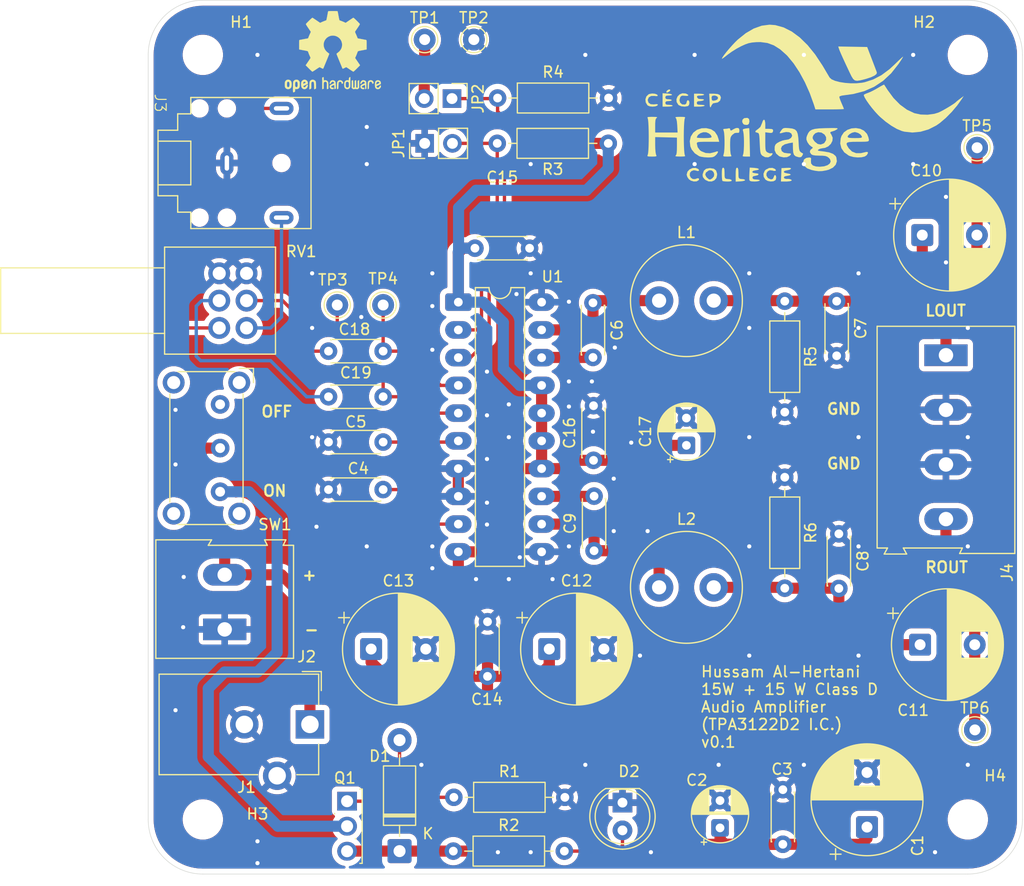
<source format=kicad_pcb>
(kicad_pcb (version 20241229) (generator "pcbnew") (generator_version "9.0")
  (layers (0 "F.Cu" signal) (2 "B.Cu" signal) (13 "F.Paste" user) (15 "B.Paste" user) (5 "F.SilkS" user "F.Silkscreen") (7 "B.SilkS" user "B.Silkscreen") (1 "F.Mask" user) (3 "B.Mask" user) (25 "Edge.Cuts" user))
  (net 0 "")
  (net 1 "GND")
  (net 2 "VCC")
  (net 3 "Net-(U1-VCLAMP)")
  (net 4 "Net-(U1-BYPASS)")
  (net 5 "LOUT")
  (net 6 "BSL")
  (net 7 "/POWA")
  (net 8 "/POWB")
  (net 9 "BSR")
  (net 10 "ROUT")
  (net 11 "/POWC")
  (net 12 "/POWD")
  (net 13 "RIN")
  (net 14 "Net-(C18-Pad1)")
  (net 15 "Net-(C19-Pad1)")
  (net 16 "LIN")
  (net 17 "Net-(D1-A)")
  (net 18 "Net-(D2-A)")
  (net 19 "/VIN1")
  (net 20 "Net-(J3-PadT)")
  (net 21 "Net-(J3-PadR)")
  (net 22 "~{SD}")
  (net 23 "MUTE")
  (net 24 "/VIN2")
  (footprint "Capacitor_THT:C_Disc_D4.3mm_W1.9mm_P5.00mm" (layer "F.Cu") (at 131.05 111.9 90)
    (property "Reference" "C14" (at -2.1 -0.05 180) (layer "F.SilkS"))
    (property "Value" "100n")
    (pad "1" thru_hole circle (at 0 0 90) (size 1.6 1.6) (drill 0.8) (layers "*.Cu" "*.Mask") (net 2 "VCC"))
    (pad "2" thru_hole circle (at 5 0 90) (size 1.6 1.6) (drill 0.8) (layers "*.Cu" "*.Mask") (net 1 "GND"))
  )
  (footprint "MountingHole:MountingHole_3.2mm_M3" (layer "F.Cu") (at 105 55)
    (property "Reference" "H1" (at 3.5 -3 0) (layer "F.SilkS"))
    (property "Value" "MountingHole")
    (pad "" np_thru_hole circle (at 0 0) (size 3.2 3.2) (drill 3.2) (layers "*.Cu" "*.Mask"))
  )
  (footprint "Resistor_THT:R_Axial_DIN0207_L6.3mm_D2.5mm_P10.16mm_Horizontal" (layer "F.Cu") (at 131.97 58.95)
    (property "Reference" "R4" (at 5.08 -2.37 0) (layer "F.SilkS"))
    (property "Value" "10k")
    (pad "1" thru_hole circle (at 0 0) (size 1.6 1.6) (drill 0.8) (layers "*.Cu" "*.Mask") (net 23 "MUTE"))
    (pad "2" thru_hole circle (at 10.16 0) (size 1.6 1.6) (drill 0.8) (layers "*.Cu" "*.Mask") (net 1 "GND"))
  )
  (footprint "logos:heritage-logo" (layer "F.Cu") (at 159.6 59.4)
    (property "Reference" "G***" (hide yes))
    (property "Value" "LOGO" (hide yes))
  )
  (footprint "MountingHole:MountingHole_3.2mm_M3" (layer "F.Cu") (at 105 125)
    (property "Reference" "H3" (at 5 -0.5 0) (layer "F.SilkS"))
    (property "Value" "MountingHole")
    (pad "" np_thru_hole circle (at 0 0) (size 3.2 3.2) (drill 3.2) (layers "*.Cu" "*.Mask"))
  )
  (footprint "myparts:Jack_3.5mm_CUI_SJ1-3523N_Horizontal" (layer "F.Cu") (at 107.202 64.996 -90)
    (property "Reference" "J3" (at -5.588 6.096 270) (layer "F.SilkS") (effects (font (thickness 0.1))))
    (property "Value" "AudioJack3")
    (pad "" np_thru_hole circle (at -5.096 0.002 270) (size 1.2 1.2) (drill 1.2) (layers "*.Cu" "*.Mask"))
    (pad "" np_thru_hole circle (at -5.096 2.502 270) (size 1.2 1.2) (drill 1.2) (layers "*.Cu" "*.Mask"))
    (pad "" np_thru_hole circle (at -0.096 -4.998 270) (size 1.2 1.2) (drill 1.2) (layers "*.Cu" "*.Mask"))
    (pad "" np_thru_hole circle (at 4.904 0.002 270) (size 1.2 1.2) (drill 1.2) (layers "*.Cu" "*.Mask"))
    (pad "" np_thru_hole circle (at 4.904 2.502 270) (size 1.2 1.2) (drill 1.2) (layers "*.Cu" "*.Mask"))
    (pad "R" thru_hole oval (at -5.096 -4.998 270) (size 1.2 2.2) (drill oval 0.4 1.4) (layers "*.Cu" "*.Mask") (net 21 "Net-(J3-PadR)"))
    (pad "S" thru_hole oval (at -0.096 0.002 270) (size 2.2 1.2) (drill oval 1.4 0.4) (layers "*.Cu" "*.Mask") (net 1 "GND"))
    (pad "T" thru_hole oval (at 4.904 -4.998 90) (size 1.2 2.2) (drill oval 0.4 1.4) (layers "*.Cu" "*.Mask") (net 20 "Net-(J3-PadT)"))
  )
  (footprint "Resistor_THT:R_Axial_DIN0207_L6.3mm_D2.5mm_P10.16mm_Horizontal" (layer "F.Cu") (at 127.97 122.975)
    (property "Reference" "R1" (at 5.08 -2.37 0) (layer "F.SilkS"))
    (property "Value" "100k")
    (pad "1" thru_hole circle (at 0 0) (size 1.6 1.6) (drill 0.8) (layers "*.Cu" "*.Mask") (net 17 "Net-(D1-A)"))
    (pad "2" thru_hole circle (at 10.16 0) (size 1.6 1.6) (drill 0.8) (layers "*.Cu" "*.Mask") (net 1 "GND"))
  )
  (footprint "Capacitor_THT:CP_Radial_D10.0mm_P5.00mm" (layer "F.Cu") (at 170.832323 71.5)
    (property "Reference" "C10" (at 0.367677 -5.9 0) (layer "F.SilkS"))
    (property "Value" "470u")
    (pad "1" thru_hole roundrect (at 0 0) (size 2 2) (drill 1) (layers "*.Cu" "*.Mask") (roundrect_rratio 0.125) (net 7 "/POWA"))
    (pad "2" thru_hole circle (at 5 0) (size 2 2) (drill 1) (layers "*.Cu" "*.Mask") (net 11 "/POWC"))
  )
  (footprint "Inductor_THT:L_Radial_D10.0mm_P5.00mm_Fastron_07M" (layer "F.Cu") (at 146.75 77.5)
    (property "Reference" "L1" (at 2.5 -6.25 0) (layer "F.SilkS"))
    (property "Value" "22u")
    (pad "1" thru_hole circle (at 0 0) (size 2.6 2.6) (drill 1.3) (layers "*.Cu" "*.Mask") (net 5 "LOUT"))
    (pad "2" thru_hole circle (at 5 0) (size 2.6 2.6) (drill 1.3) (layers "*.Cu" "*.Mask") (net 7 "/POWA"))
  )
  (footprint "Capacitor_THT:CP_Radial_D10.0mm_P5.00mm" (layer "F.Cu") (at 165.775 125.7 90)
    (property "Reference" "C1" (at -1.7 4.625 90) (layer "F.SilkS"))
    (property "Value" "470u")
    (pad "1" thru_hole roundrect (at 0 0 90) (size 2 2) (drill 1) (layers "*.Cu" "*.Mask") (roundrect_rratio 0.125) (net 2 "VCC"))
    (pad "2" thru_hole circle (at 5 0 90) (size 2 2) (drill 1) (layers "*.Cu" "*.Mask") (net 1 "GND"))
  )
  (footprint "TestPoint:TestPoint_THTPad_D2.0mm_Drill1.0mm" (layer "F.Cu") (at 125.3 53.6)
    (property "Reference" "TP1" (at 0 -1.998 0) (layer "F.SilkS"))
    (property "Value" "VCC")
    (pad "1" thru_hole circle (at 0 0) (size 2 2) (drill 1) (layers "*.Cu" "*.Mask") (net 2 "VCC"))
  )
  (footprint "Inductor_THT:L_Radial_D10.0mm_P5.00mm_Fastron_07M" (layer "F.Cu") (at 146.75 103.75)
    (property "Reference" "L2" (at 2.5 -6.25 0) (layer "F.SilkS"))
    (property "Value" "22u")
    (pad "1" thru_hole circle (at 0 0) (size 2.6 2.6) (drill 1.3) (layers "*.Cu" "*.Mask") (net 10 "ROUT"))
    (pad "2" thru_hole circle (at 5 0) (size 2.6 2.6) (drill 1.3) (layers "*.Cu" "*.Mask") (net 8 "/POWB"))
  )
  (footprint "Connector_BarrelJack:BarrelJack_CUI_PJ-102AH_Horizontal" (layer "F.Cu") (at 114.8 116.3 -90)
    (property "Reference" "J1" (at 5.75 5.8 0) (layer "F.SilkS"))
    (property "Value" "Barrel_Jack_Switch")
    (pad "1" thru_hole rect (at 0 0 270) (size 2.6 2.6) (drill 1.6) (layers "*.Cu" "*.Mask") (net 19 "/VIN1"))
    (pad "2" thru_hole circle (at 0 6 270) (size 2.6 2.6) (drill 1.6) (layers "*.Cu" "*.Mask") (net 1 "GND"))
    (pad "3" thru_hole circle (at 4.7 3 270) (size 2.6 2.6) (drill 1.6) (layers "*.Cu" "*.Mask") (net 1 "GND"))
  )
  (footprint "TestPoint:TestPoint_THTPad_D2.0mm_Drill1.0mm" (layer "F.Cu") (at 175.85 63.5)
    (property "Reference" "TP5" (at 0 -1.998 0) (layer "F.SilkS"))
    (property "Value" "LOUT")
    (pad "1" thru_hole circle (at 0 0) (size 2 2) (drill 1) (layers "*.Cu" "*.Mask") (net 11 "/POWC"))
  )
  (footprint "Capacitor_THT:CP_Radial_D10.0mm_P5.00mm" (layer "F.Cu") (at 120.4 109.4)
    (property "Reference" "C13" (at 2.5 -6.25 0) (layer "F.SilkS"))
    (property "Value" "470u")
    (pad "1" thru_hole roundrect (at 0 0) (size 2 2) (drill 1) (layers "*.Cu" "*.Mask") (roundrect_rratio 0.125) (net 2 "VCC"))
    (pad "2" thru_hole circle (at 5 0) (size 2 2) (drill 1) (layers "*.Cu" "*.Mask") (net 1 "GND"))
  )
  (footprint "TestPoint:TestPoint_THTPad_D2.0mm_Drill1.0mm" (layer "F.Cu") (at 117.3 77.9)
    (property "Reference" "TP3" (at -0.4 -2.3 0) (layer "F.SilkS"))
    (property "Value" "RIN")
    (pad "1" thru_hole circle (at 0 0) (size 2 2) (drill 1) (layers "*.Cu" "*.Mask") (net 13 "RIN"))
  )
  (footprint "LED_THT:LED_D5.0mm" (layer "F.Cu") (at 143.4 123.46 -90)
    (property "Reference" "D2" (at -2.86 -0.6 180) (layer "F.SilkS"))
    (property "Value" "LED")
    (pad "1" thru_hole rect (at 0 0 270) (size 1.8 1.8) (drill 0.9) (layers "*.Cu" "*.Mask") (net 1 "GND"))
    (pad "2" thru_hole circle (at 2.54 0 270) (size 1.8 1.8) (drill 0.9) (layers "*.Cu" "*.Mask") (net 18 "Net-(D2-A)"))
  )
  (footprint "Capacitor_THT:C_Disc_D4.3mm_W1.9mm_P5.00mm" (layer "F.Cu") (at 140.75 92.12 90)
    (property "Reference" "C16" (at 2.5 -2.2 90) (layer "F.SilkS"))
    (property "Value" "100n")
    (pad "1" thru_hole circle (at 0 0 90) (size 1.6 1.6) (drill 0.8) (layers "*.Cu" "*.Mask") (net 2 "VCC"))
    (pad "2" thru_hole circle (at 5 0 90) (size 1.6 1.6) (drill 0.8) (layers "*.Cu" "*.Mask") (net 1 "GND"))
  )
  (footprint "Capacitor_THT:C_Disc_D4.3mm_W1.9mm_P5.00mm" (layer "F.Cu") (at 140.8 100.4 90)
    (property "Reference" "C9" (at 2.5 -2.2 90) (layer "F.SilkS"))
    (property "Value" "0.22u")
    (pad "1" thru_hole circle (at 0 0 90) (size 1.6 1.6) (drill 0.8) (layers "*.Cu" "*.Mask") (net 10 "ROUT"))
    (pad "2" thru_hole circle (at 5 0 90) (size 1.6 1.6) (drill 0.8) (layers "*.Cu" "*.Mask") (net 9 "BSR"))
  )
  (footprint "TestPoint:TestPoint_THTPad_D2.0mm_Drill1.0mm" (layer "F.Cu") (at 121.5 77.9)
    (property "Reference" "TP4" (at 0 -2.4 0) (layer "F.SilkS"))
    (property "Value" "LIN")
    (pad "1" thru_hole circle (at 0 0) (size 2 2) (drill 1) (layers "*.Cu" "*.Mask") (net 16 "LIN"))
  )
  (footprint "MountingHole:MountingHole_3.2mm_M3" (layer "F.Cu") (at 175 55)
    (property "Reference" "H2" (at -4 -3 0) (layer "F.SilkS"))
    (property "Value" "MountingHole")
    (pad "" np_thru_hole circle (at 0 0) (size 3.2 3.2) (drill 3.2) (layers "*.Cu" "*.Mask"))
  )
  (footprint "TerminalBlock:TerminalBlock_Altech_AK300-2_P5.00mm" (layer "F.Cu") (at 107 107.6 90)
    (property "Reference" "J2" (at -2.5 7.5 180) (layer "F.SilkS"))
    (property "Value" "Screw_Terminal_01x02")
    (pad "1" thru_hole rect (at 0 0 90) (size 1.98 3.96) (drill 1.32) (layers "*.Cu" "*.Mask") (net 1 "GND"))
    (pad "2" thru_hole oval (at 5 0 90) (size 1.98 3.96) (drill 1.32) (layers "*.Cu" "*.Mask") (net 19 "/VIN1"))
  )
  (footprint "Package_DIP:DIP-20_W7.62mm_LongPads" (layer "F.Cu") (at 128.38 77.64)
    (property "Reference" "U1" (at 8.62 -2.33 0) (layer "F.SilkS"))
    (property "Value" "TPA3122D2")
    (pad "1" thru_hole roundrect (at 0 0) (size 2.4 1.6) (drill 0.8) (layers "*.Cu" "*.Mask") (roundrect_rratio 0.15625) (net 2 "VCC"))
    (pad "2" thru_hole oval (at 0 2.54) (size 2.4 1.6) (drill 0.8) (layers "*.Cu" "*.Mask") (net 22 "~{SD}"))
    (pad "3" thru_hole oval (at 0 5.08) (size 2.4 1.6) (drill 0.8) (layers "*.Cu" "*.Mask") (net 23 "MUTE"))
    (pad "4" thru_hole oval (at 0 7.62) (size 2.4 1.6) (drill 0.8) (layers "*.Cu" "*.Mask") (net 16 "LIN"))
    (pad "5" thru_hole oval (at 0 10.16) (size 2.4 1.6) (drill 0.8) (layers "*.Cu" "*.Mask") (net 13 "RIN"))
    (pad "6" thru_hole oval (at 0 12.7) (size 2.4 1.6) (drill 0.8) (layers "*.Cu" "*.Mask") (net 4 "Net-(U1-BYPASS)"))
    (pad "7" thru_hole oval (at 0 15.24) (size 2.4 1.6) (drill 0.8) (layers "*.Cu" "*.Mask") (net 1 "GND"))
    (pad "8" thru_hole oval (at 0 17.78) (size 2.4 1.6) (drill 0.8) (layers "*.Cu" "*.Mask") (net 1 "GND"))
    (pad "9" thru_hole oval (at 0 20.32) (size 2.4 1.6) (drill 0.8) (layers "*.Cu" "*.Mask") (net 3 "Net-(U1-VCLAMP)"))
    (pad "10" thru_hole oval (at 0 22.86) (size 2.4 1.6) (drill 0.8) (layers "*.Cu" "*.Mask") (net 2 "VCC"))
    (pad "11" thru_hole oval (at 7.62 22.86) (size 2.4 1.6) (drill 0.8) (layers "*.Cu" "*.Mask") (net 1 "GND"))
    (pad "12" thru_hole oval (at 7.62 20.32) (size 2.4 1.6) (drill 0.8) (layers "*.Cu" "*.Mask") (net 10 "ROUT"))
    (pad "13" thru_hole oval (at 7.62 17.78) (size 2.4 1.6) (drill 0.8) (layers "*.Cu" "*.Mask") (net 9 "BSR"))
    (pad "14" thru_hole oval (at 7.62 15.24) (size 2.4 1.6) (drill 0.8) (layers "*.Cu" "*.Mask") (net 2 "VCC"))
    (pad "15" thru_hole oval (at 7.62 12.7) (size 2.4 1.6) (drill 0.8) (layers "*.Cu" "*.Mask") (net 2 "VCC"))
    (pad "16" thru_hole oval (at 7.62 10.16) (size 2.4 1.6) (drill 0.8) (layers "*.Cu" "*.Mask") (net 2 "VCC"))
    (pad "17" thru_hole oval (at 7.62 7.62) (size 2.4 1.6) (drill 0.8) (layers "*.Cu" "*.Mask") (net 2 "VCC"))
    (pad "18" thru_hole oval (at 7.62 5.08) (size 2.4 1.6) (drill 0.8) (layers "*.Cu" "*.Mask") (net 6 "BSL"))
    (pad "19" thru_hole oval (at 7.62 2.54) (size 2.4 1.6) (drill 0.8) (layers "*.Cu" "*.Mask") (net 5 "LOUT"))
    (pad "20" thru_hole oval (at 7.62 0) (size 2.4 1.6) (drill 0.8) (layers "*.Cu" "*.Mask") (net 1 "GND"))
  )
  (footprint "Capacitor_THT:C_Disc_D4.3mm_W1.9mm_P5.00mm" (layer "F.Cu") (at 121.5 94.8 180)
    (property "Reference" "C4" (at 2.275 1.925 0) (layer "F.SilkS"))
    (property "Value" "1u")
    (pad "1" thru_hole circle (at 0 0 180) (size 1.6 1.6) (drill 0.8) (layers "*.Cu" "*.Mask") (net 3 "Net-(U1-VCLAMP)"))
    (pad "2" thru_hole circle (at 5 0 180) (size 1.6 1.6) (drill 0.8) (layers "*.Cu" "*.Mask") (net 1 "GND"))
  )
  (footprint "Button_Switch_THT:SW_E-Switch_EG1224_SPDT_Angled" (layer "F.Cu") (at 106.5825 87 -90)
    (property "Reference" "SW1" (at 11 -5.0175 180) (layer "F.SilkS"))
    (property "Value" "SW_Push_SPDT")
    (pad "" thru_hole circle (at -2 -1.75 270) (size 2 2) (drill 1.2) (layers "*.Cu" "*.Mask"))
    (pad "" thru_hole circle (at -2 4.25 270) (size 2 2) (drill 1.2) (layers "*.Cu" "*.Mask"))
    (pad "" thru_hole circle (at 10 -1.75 270) (size 2 2) (drill 1.2) (layers "*.Cu" "*.Mask"))
    (pad "" thru_hole circle (at 10 4.25 270) (size 2 2) (drill 1.2) (layers "*.Cu" "*.Mask"))
    (pad "1" thru_hole circle (at 0 0 270) (size 1.7 1.7) (drill 0.9) (layers "*.Cu" "*.Mask"))
    (pad "2" thru_hole circle (at 4 0 270) (size 1.7 1.7) (drill 0.9) (layers "*.Cu" "*.Mask") (net 19 "/VIN1"))
    (pad "3" thru_hole circle (at 8 0 270) (size 1.7 1.7) (drill 0.9) (layers "*.Cu" "*.Mask") (net 24 "/VIN2"))
  )
  (footprint "Diode_THT:D_DO-41_SOD81_P10.16mm_Horizontal" (layer "F.Cu") (at 123 127.9 90)
    (property "Reference" "D1" (at 8.7 -1.8 180) (layer "F.SilkS"))
    (property "Value" "1N47xxA")
    (fp_text user "K" (at 1.6 2.6 180) (layer "F.SilkS"))
    (pad "1" thru_hole roundrect (at 0 0 90) (size 2.2 2.2) (drill 1.1) (layers "*.Cu" "*.Mask") (roundrect_rratio 0.113636) (net 2 "VCC"))
    (pad "2" thru_hole circle (at 10.16 0 90) (size 2.2 2.2) (drill 1.1) (layers "*.Cu" "*.Mask") (net 17 "Net-(D1-A)"))
  )
  (footprint "Connector_PinHeader_2.54mm:PinHeader_1x02_P2.54mm_Vertical" (layer "F.Cu") (at 125.3 63.1 90)
    (property "Reference" "JP1" (at 0 -2.38 90) (layer "F.SilkS"))
    (property "Value" "Jumper_2_Open")
    (pad "1" thru_hole rect (at 0 0 90) (size 1.7 1.7) (drill 1) (layers "*.Cu" "*.Mask") (net 1 "GND"))
    (pad "2" thru_hole circle (at 0 2.54 90) (size 1.7 1.7) (drill 1) (layers "*.Cu" "*.Mask") (net 22 "~{SD}"))
  )
  (footprint "Resistor_THT:R_Axial_DIN0207_L6.3mm_D2.5mm_P10.16mm_Horizontal" (layer "F.Cu") (at 127.92 127.9)
    (property "Reference" "R2" (at 5.08 -2.37 0) (layer "F.SilkS"))
    (property "Value" "2.4k")
    (pad "1" thru_hole circle (at 0 0) (size 1.6 1.6) (drill 0.8) (layers "*.Cu" "*.Mask") (net 2 "VCC"))
    (pad "2" thru_hole circle (at 10.16 0) (size 1.6 1.6) (drill 0.8) (layers "*.Cu" "*.Mask") (net 18 "Net-(D2-A)"))
  )
  (footprint "Capacitor_THT:C_Disc_D4.3mm_W1.9mm_P5.00mm" (layer "F.Cu") (at 129.9 72.7)
    (property "Reference" "C15" (at 2.5 -6.5 0) (layer "F.SilkS"))
    (property "Value" "100n")
    (pad "1" thru_hole circle (at 0 0) (size 1.6 1.6) (drill 0.8) (layers "*.Cu" "*.Mask") (net 2 "VCC"))
    (pad "2" thru_hole circle (at 5 0) (size 1.6 1.6) (drill 0.8) (layers "*.Cu" "*.Mask") (net 1 "GND"))
  )
  (footprint "TerminalBlock:TerminalBlock_Altech_AK300-4_P5.00mm" (layer "F.Cu") (at 173 82.5 -90)
    (property "Reference" "J4" (at 19.9 -5.6 90) (layer "F.SilkS"))
    (property "Value" "Screw_Terminal_01x04")
    (pad "1" thru_hole rect (at 0 0 270) (size 1.98 3.96) (drill 1.32) (layers "*.Cu" "*.Mask") (net 11 "/POWC"))
    (pad "2" thru_hole oval (at 5 0 270) (size 1.98 3.96) (drill 1.32) (layers "*.Cu" "*.Mask") (net 1 "GND"))
    (pad "3" thru_hole oval (at 10 0 270) (size 1.98 3.96) (drill 1.32) (layers "*.Cu" "*.Mask") (net 1 "GND"))
    (pad "4" thru_hole oval (at 15 0 270) (size 1.98 3.96) (drill 1.32) (layers "*.Cu" "*.Mask") (net 12 "/POWD"))
  )
  (footprint "Capacitor_THT:C_Disc_D4.3mm_W1.9mm_P5.00mm" (layer "F.Cu") (at 158.075 127.275 90)
    (property "Reference" "C3" (at 6.875 -0.075 180) (layer "F.SilkS"))
    (property "Value" "1u")
    (pad "1" thru_hole circle (at 0 0 90) (size 1.6 1.6) (drill 0.8) (layers "*.Cu" "*.Mask") (net 2 "VCC"))
    (pad "2" thru_hole circle (at 5 0 90) (size 1.6 1.6) (drill 0.8) (layers "*.Cu" "*.Mask") (net 1 "GND"))
  )
  (footprint "Package_TO_SOT_THT:TO-251-3_Vertical" (layer "F.Cu") (at 118.2 123.33 -90)
    (property "Reference" "Q1" (at -2.13 0.2 180) (layer "F.SilkS"))
    (property "Value" "TSM480P06")
    (pad "1" thru_hole rect (at 0 0 270) (size 1.7175 1.8) (drill 1.1) (layers "*.Cu" "*.Mask") (net 17 "Net-(D1-A)"))
    (pad "2" thru_hole oval (at 2.29 0 270) (size 1.7175 1.8) (drill 1.1) (layers "*.Cu" "*.Mask") (net 24 "/VIN2"))
    (pad "3" thru_hole oval (at 4.58 0 270) (size 1.7175 1.8) (drill 1.1) (layers "*.Cu" "*.Mask") (net 2 "VCC"))
  )
  (footprint "Connector_PinHeader_2.54mm:PinHeader_1x02_P2.54mm_Vertical" (layer "F.Cu") (at 127.8 59 -90)
    (property "Reference" "JP2" (at 0 -2.38 90) (layer "F.SilkS"))
    (property "Value" "Jumper_2_Open")
    (pad "1" thru_hole rect (at 0 0 270) (size 1.7 1.7) (drill 1) (layers "*.Cu" "*.Mask") (net 23 "MUTE"))
    (pad "2" thru_hole circle (at 0 2.54 270) (size 1.7 1.7) (drill 1) (layers "*.Cu" "*.Mask") (net 2 "VCC"))
  )
  (footprint "TestPoint:TestPoint_THTPad_D2.0mm_Drill1.0mm" (layer "F.Cu") (at 129.8 53.6)
    (property "Reference" "TP2" (at 0 -1.998 0) (layer "F.SilkS"))
    (property "Value" "GND")
    (pad "1" thru_hole circle (at 0 0) (size 2 2) (drill 1) (layers "*.Cu" "*.Mask") (net 1 "GND"))
  )
  (footprint "myparts:PTD902-2015K-B103" (layer "F.Cu") (at 106.5 80 180)
    (property "Reference" "RV1" (at -7.5 7 0) (layer "F.SilkS"))
    (property "Value" "10k")
    (pad "1" thru_hole circle (at -2.5 0 180) (size 2 2) (drill 1.2) (layers "*.Cu" "*.Mask") (net 20 "Net-(J3-PadT)"))
    (pad "2" thru_hole circle (at -2.5 2.5 180) (size 2 2) (drill 1.2) (layers "*.Cu" "*.Mask") (net 14 "Net-(C18-Pad1)"))
    (pad "3" thru_hole circle (at -2.5 5 180) (size 2 2) (drill 1.2) (layers "*.Cu" "*.Mask") (net 1 "GND"))
    (pad "4" thru_hole circle (at 0 0 180) (size 2 2) (drill 1.2) (layers "*.Cu" "*.Mask") (net 21 "Net-(J3-PadR)"))
    (pad "5" thru_hole circle (at 0 2.5 180) (size 2 2) (drill 1.2) (layers "*.Cu" "*.Mask") (net 15 "Net-(C19-Pad1)"))
    (pad "6" thru_hole circle (at 0 5 180) (size 2 2) (drill 1.2) (layers "*.Cu" "*.Mask") (net 1 "GND"))
  )
  (footprint "Capacitor_THT:CP_Radial_D5.0mm_P2.50mm" (layer "F.Cu") (at 149.25 90.75 90)
    (property "Reference" "C17" (at 1.25 -3.75 90) (layer "F.SilkS"))
    (property "Value" "10u")
    (pad "1" thru_hole roundrect (at 0 0 90) (size 1.6 1.6) (drill 0.8) (layers "*.Cu" "*.Mask") (roundrect_rratio 0.15625) (net 2 "VCC"))
    (pad "2" thru_hole circle (at 2.5 0 90) (size 1.6 1.6) (drill 0.8) (layers "*.Cu" "*.Mask") (net 1 "GND"))
  )
  (footprint "MountingHole:MountingHole_3.2mm_M3" (layer "F.Cu") (at 175 125)
    (property "Reference" "H4" (at 2.5 -4 0) (layer "F.SilkS"))
    (property "Value" "MountingHole")
    (pad "" np_thru_hole circle (at 0 0) (size 3.2 3.2) (drill 3.2) (layers "*.Cu" "*.Mask"))
  )
  (footprint "Capacitor_THT:CP_Radial_D10.0mm_P5.00mm" (layer "F.Cu") (at 136.7 109.4)
    (property "Reference" "C12" (at 2.5 -6.25 0) (layer "F.SilkS"))
    (property "Value" "470u")
    (pad "1" thru_hole roundrect (at 0 0) (size 2 2) (drill 1) (layers "*.Cu" "*.Mask") (roundrect_rratio 0.125) (net 2 "VCC"))
    (pad "2" thru_hole circle (at 5 0) (size 2 2) (drill 1) (layers "*.Cu" "*.Mask") (net 1 "GND"))
  )
  (footprint "TestPoint:TestPoint_THTPad_D2.0mm_Drill1.0mm" (layer "F.Cu") (at 175.65 116.8)
    (property "Reference" "TP6" (at 0 -1.998 0) (layer "F.SilkS"))
    (property "Value" "ROUT")
    (pad "1" thru_hole circle (at 0 0) (size 2 2) (drill 1) (layers "*.Cu" "*.Mask") (net 12 "/POWD"))
  )
  (footprint "Capacitor_THT:C_Disc_D4.3mm_W1.9mm_P5.00mm" (layer "F.Cu") (at 116.5 86.3)
    (property "Reference" "C19" (at 2.5 -2.2 0) (layer "F.SilkS"))
    (property "Value" "1u")
    (pad "1" thru_hole circle (at 0 0) (size 1.6 1.6) (drill 0.8) (layers "*.Cu" "*.Mask") (net 15 "Net-(C19-Pad1)"))
    (pad "2" thru_hole circle (at 5 0) (size 1.6 1.6) (drill 0.8) (layers "*.Cu" "*.Mask") (net 13 "RIN"))
  )
  (footprint "Capacitor_THT:CP_Radial_D10.0mm_P5.00mm" (layer "F.Cu") (at 170.632323 109)
    (property "Reference" "C11" (at -0.632323 6 0) (layer "F.SilkS"))
    (property "Value" "470u")
    (pad "1" thru_hole roundrect (at 0 0) (size 2 2) (drill 1) (layers "*.Cu" "*.Mask") (roundrect_rratio 0.125) (net 8 "/POWB"))
    (pad "2" thru_hole circle (at 5 0) (size 2 2) (drill 1) (layers "*.Cu" "*.Mask") (net 12 "/POWD"))
  )
  (footprint "Resistor_THT:R_Axial_DIN0207_L6.3mm_D2.5mm_P10.16mm_Horizontal" (layer "F.Cu") (at 158.25 93.67 -90)
    (property "Reference" "R6" (at 5.08 -2.37 90) (layer "F.SilkS"))
    (property "Value" "4.7k")
    (pad "1" thru_hole circle (at 0 0 270) (size 1.6 1.6) (drill 0.8) (layers "*.Cu" "*.Mask") (net 1 "GND"))
    (pad "2" thru_hole circle (at 10.16 0 270) (size 1.6 1.6) (drill 0.8) (layers "*.Cu" "*.Mask") (net 8 "/POWB"))
  )
  (footprint "Capacitor_THT:C_Disc_D4.3mm_W1.9mm_P5.00mm" (layer "F.Cu") (at 163.2 98.85 -90)
    (property "Reference" "C8" (at 2.5 -2.2 90) (layer "F.SilkS"))
    (property "Value" "0.68u")
    (pad "1" thru_hole circle (at 0 0 270) (size 1.6 1.6) (drill 0.8) (layers "*.Cu" "*.Mask") (net 1 "GND"))
    (pad "2" thru_hole circle (at 5 0 270) (size 1.6 1.6) (drill 0.8) (layers "*.Cu" "*.Mask") (net 8 "/POWB"))
  )
  (footprint "Capacitor_THT:C_Disc_D4.3mm_W1.9mm_P5.00mm" (layer "F.Cu") (at 121.5 90.45 180)
    (property "Reference" "C5" (at 2.5 1.85 0) (layer "F.SilkS"))
    (property "Value" "1u")
    (pad "1" thru_hole circle (at 0 0 180) (size 1.6 1.6) (drill 0.8) (layers "*.Cu" "*.Mask") (net 4 "Net-(U1-BYPASS)"))
    (pad "2" thru_hole circle (at 5 0 180) (size 1.6 1.6) (drill 0.8) (layers "*.Cu" "*.Mask") (net 1 "GND"))
  )
  (footprint "Capacitor_THT:C_Disc_D4.3mm_W1.9mm_P5.00mm" (layer "F.Cu") (at 116.5 82.125)
    (property "Reference" "C18" (at 2.375 -2 0) (layer "F.SilkS"))
    (property "Value" "1u")
    (pad "1" thru_hole circle (at 0 0) (size 1.6 1.6) (drill 0.8) (layers "*.Cu" "*.Mask") (net 14 "Net-(C18-Pad1)"))
    (pad "2" thru_hole circle (at 5 0) (size 1.6 1.6) (drill 0.8) (layers "*.Cu" "*.Mask") (net 16 "LIN"))
  )
  (footprint "Capacitor_THT:C_Disc_D4.3mm_W1.9mm_P5.00mm" (layer "F.Cu") (at 140.7 77.7 -90)
    (property "Reference" "C6" (at 2.5 -2.2 90) (layer "F.SilkS"))
    (property "Value" "0.22u")
    (pad "1" thru_hole circle (at 0 0 270) (size 1.6 1.6) (drill 0.8) (layers "*.Cu" "*.Mask") (net 5 "LOUT"))
    (pad "2" thru_hole circle (at 5 0 270) (size 1.6 1.6) (drill 0.8) (layers "*.Cu" "*.Mask") (net 6 "BSL"))
  )
  (footprint "Symbol:OSHW-Logo2_9.8x8mm_SilkScreen" (layer "F.Cu") (at 116.9 54.7)
    (property "Reference" "REF**" (hide yes))
    (property "Value" "OSHW-Logo2_9.8x8mm_SilkScreen" (hide yes))
  )
  (footprint "Capacitor_THT:C_Disc_D4.3mm_W1.9mm_P5.00mm" (layer "F.Cu") (at 163 77.55 -90)
    (property "Reference" "C7" (at 2.5 -2.2 90) (layer "F.SilkS"))
    (property "Value" "0.68u")
    (pad "1" thru_hole circle (at 0 0 270) (size 1.6 1.6) (drill 0.8) (layers "*.Cu" "*.Mask") (net 7 "/POWA"))
    (pad "2" thru_hole circle (at 5 0 270) (size 1.6 1.6) (drill 0.8) (layers "*.Cu" "*.Mask") (net 1 "GND"))
  )
  (footprint "Resistor_THT:R_Axial_DIN0207_L6.3mm_D2.5mm_P10.16mm_Horizontal" (layer "F.Cu") (at 142.1 63.1 180)
    (property "Reference" "R3" (at 5.08 -2.37 0) (layer "F.SilkS"))
    (property "Value" "10k")
    (pad "1" thru_hole circle (at 0 0 180) (size 1.6 1.6) (drill 0.8) (layers "*.Cu" "*.Mask") (net 2 "VCC"))
    (pad "2" thru_hole circle (at 10.16 0 180) (size 1.6 1.6) (drill 0.8) (layers "*.Cu" "*.Mask") (net 22 "~{SD}"))
  )
  (footprint "Resistor_THT:R_Axial_DIN0207_L6.3mm_D2.5mm_P10.16mm_Horizontal" (layer "F.Cu") (at 158.25 77.55 -90)
    (property "Reference" "R5" (at 5.08 -2.37 90) (layer "F.SilkS"))
    (property "Value" "4.7k")
    (pad "1" thru_hole circle (at 0 0 270) (size 1.6 1.6) (drill 0.8) (layers "*.Cu" "*.Mask") (net 7 "/POWA"))
    (pad "2" thru_hole circle (at 10.16 0 270) (size 1.6 1.6) (drill 0.8) (layers "*.Cu" "*.Mask") (net 1 "GND"))
  )
  (footprint "Capacitor_THT:CP_Radial_D5.0mm_P2.50mm" (layer "F.Cu") (at 152.325 125.775 90)
    (property "Reference" "C2" (at 4.375 -2.125 0) (layer "F.SilkS"))
    (property "Value" "10u")
    (pad "1" thru_hole roundrect (at 0 0 90) (size 1.6 1.6) (drill 0.8) (layers "*.Cu" "*.Mask") (roundrect_rratio 0.15625) (net 2 "VCC"))
    (pad "2" thru_hole circle (at 2.5 0 90) (size 1.6 1.6) (drill 0.8) (layers "*.Cu" "*.Mask") (net 1 "GND"))
  )
  (gr_arc (start 175 50) (mid 178.535534 51.464466) (end 180 55) (stroke (width 0.05)) (layer "Edge.Cuts"))
  (gr_line (start 100 125) (end 100 55) (stroke (width 0.05)) (layer "Edge.Cuts"))
  (gr_arc (start 100 55) (mid 101.464466 51.464466) (end 105 50) (stroke (width 0.05)) (layer "Edge.Cuts"))
  (gr_line (start 175 130) (end 105 130) (stroke (width 0.05)) (layer "Edge.Cuts"))
  (gr_arc (start 180 125) (mid 178.535534 128.535534) (end 175 130) (stroke (width 0.05)) (layer "Edge.Cuts"))
  (gr_line (start 105 50) (end 175 50) (stroke (width 0.05)) (layer "Edge.Cuts"))
  (gr_arc (start 105 130) (mid 101.464466 128.535534) (end 100 125) (stroke (width 0.05)) (layer "Edge.Cuts"))
  (gr_line (start 180 55) (end 180 125) (stroke (width 0.05)) (layer "Edge.Cuts"))
  (gr_text "GND\n" (at 162 93 0) (layer "F.SilkS") (effects (font (size 1 1) (thickness 0.2) (bold yes)) (justify left bottom)))
  (gr_text "ON" (at 110.4 95.5 0) (layer "F.SilkS") (effects (font (size 1 1) (thickness 0.2) (bold yes)) (justify left bottom)))
  (gr_text "OFF" (at 110.25 88.25 0) (layer "F.SilkS") (effects (font (size 1 1) (thickness 0.2) (bold yes)) (justify left bottom)))
  (gr_text "GND\n" (at 162 88 0) (layer "F.SilkS") (effects (font (size 1 1) (thickness 0.2) (bold yes)) (justify left bottom)))
  (gr_text "+" (at 114 103.2 0) (layer "F.SilkS") (effects (font (size 1 1) (thickness 0.2) (bold yes)) (justify left bottom)))
  (gr_text "LOUT" (at 171 79 0) (layer "F.SilkS") (effects (font (size 1 1) (thickness 0.2) (bold yes)) (justify left bottom)))
  (gr_text "ROUT" (at 171 102.5 0) (layer "F.SilkS") (effects (font (size 1 1) (thickness 0.2) (bold yes)) (justify left bottom)))
  (gr_text "-" (at 114.2 108.2 0) (layer "F.SilkS") (effects (font (size 1 1) (thickness 0.2) (bold yes)) (justify left bottom)))
  (gr_text "Hussam Al-Hertani\n15W + 15 W Class D\nAudio Amplifier\n(TPA3122D2 I.C.)\nv0.1" (at 150.5 118.5 0) (layer "F.SilkS") (effects (font (size 1 1)) (justify left bottom)))
  (segment (start 128.38 92.88) (end 128.38 95.42) (width 1.016) (layer "F.Cu") (net 1))
  (via (at 138.5 87.2) (size 0.762) (drill 0.381) (layers "F.Cu" "B.Cu") (net 1))
  (via (at 102.5 87.5) (size 0.762) (drill 0.381) (layers "F.Cu" "B.Cu") (net 1))
  (via (at 165 90) (size 0.762) (drill 0.381) (layers "F.Cu" "B.Cu") (net 1))
  (via (at 115.4 98.2) (size 0.762) (drill 0.381) (layers "F.Cu" "B.Cu") (net 1))
  (via (at 115 75) (size 0.762) (drill 0.381) (layers "F.Cu" "B.Cu") (net 1))
  (via (at 115 90) (size 0.762) (drill 0.381) (layers "F.Cu" "B.Cu") (net 1))
  (via (at 133 90) (size 0.762) (drill 0.381) (layers "F.Cu" "B.Cu") (net 1))
  (via (at 142.6 98.6) (size 0.762) (drill 0.381) (layers "F.Cu" "B.Cu") (net 1))
  (via (at 102.5 92.5) (size 0.762) (drill 0.381) (layers "F.Cu" "B.Cu") (net 1))
  (via (at 175 120) (size 0.762) (drill 0.381) (layers "F.Cu" "B.Cu") (net 1))
  (via (at 131 88) (size 0.762) (drill 0.381) (layers "F.Cu" "B.Cu") (net 1))
  (via (at 103.2 107.4) (size 0.762) (drill 0.381) (layers "F.Cu" "B.Cu") (net 1))
  (via (at 131 84) (size 0.762) (drill 0.381) (layers "F.Cu" "B.Cu") (net 1))
  (via (at 120 61.6) (size 0.762) (drill 0.381) (layers "F.Cu" "B.Cu") (net 1))
  (via (at 140.6 84.9) (size 0.762) (drill 0.381) (layers "F.Cu" "B.Cu") (net 1))
  (via (at 138.5 84.9) (size 0.762) (drill 0.381) (layers "F.Cu" "B.Cu") (net 1))
  (via (at 175 90) (size 0.762) (drill 0.381) (layers "F.Cu" "B.Cu") (net 1))
  (via (at 138.5 77.6) (size 0.762) (drill 0.381) (layers "F.Cu" "B.Cu") (net 1))
  (via (at 150 55) (size 0.762) (drill 0.381) (layers "F.Cu" "B.Cu") (net 1))
  (via (at 150 65) (size 0.762) (drill 0.381) (layers "F.Cu" "B.Cu") (net 1))
  (via (at 145.7 98.6) (size 0.762) (drill 0.381) (layers "F.Cu" "B.Cu") (net 1))
  (via (at 115 80) (size 0.762) (drill 0.381) (layers "F.Cu" "B.Cu") (net 1))
  (via (at 134 101) (size 0.762) (drill 0.381) (layers "F.Cu" "B.Cu") (net 1))
  (via (at 172 128) (size 0.762) (drill 0.381) (layers "F.Cu" "B.Cu") (net 1))
  (via (at 110 129) (size 0.762) (drill 0.381) (layers "F.Cu" "B.Cu") (net 1))
  (via (at 140 55) (size 0.762) (drill 0.381) (layers "F.Cu" "B.Cu") (net 1))
  (via (at 119.5 79) (size 0.762) (drill 0.381) (layers "F.Cu" "B.Cu") (net 1))
  (via (at 155 110) (size 0.762) (drill 0.381) (layers "F.Cu" "B.Cu") (net 1))
  (via (at 125 120) (size 0.762) (drill 0.381) (layers "F.Cu" "B.Cu") (net 1))
  (via (at 132 128) (size 0.762) (drill 0.381) (layers "F.Cu" "B.Cu") (net 1))
  (via (at 120 100) (size 0.762) (drill 0.381) (layers "F.Cu" "B.Cu") (net 1))
  (via (at 145 110) (size 0.762) (drill 0.381) (layers "F.Cu" "B.Cu") (net 1))
  (via (at 160 65) (size 0.762) (drill 0.381) (layers "F.Cu" "B.Cu") (net 1))
  (via (at 130 103) (size 0.762) (drill 0.381) (layers "F.Cu" "B.Cu") (net 1))
  (via (at 165 100) (size 0.762) (drill 0.381) (layers "F.Cu" "B.Cu") (net 1))
  (via (at 173 74) (size 0.762) (drill 0.381) (layers "F.Cu" "B.Cu") (net 1))
  (via (at 160 55) (size 0.762) (drill 0.381) (layers "F.Cu" "B.Cu") (net 1))
  (via (at 170 65) (size 0.762) (drill 0.381) (layers "F.Cu" "B.Cu") (net 1))
  (via (at 103.25 102.8) (size 0.762) (drill 0.381) (layers "F.Cu" "B.Cu") (net 1))
  (via (at 175 100) (size 0.762) (drill 0.381) (layers "F.Cu" "B.Cu") (net 1))
  (via (at 131 92) (size 0.762) (drill 0.381) (layers "F.Cu" "B.Cu") (net 1))
  (via (at 152.2 120) (size 0.762) (drill 0.381) (layers "F.Cu" "B.Cu") (net 1))
  (via (at 155 100) (size 0.762) (drill 0.381) (layers "F.Cu" "B.Cu") (net 1))
  (via (at 126 75) (size 0.762) (drill 0.381) (layers "F.Cu" "B.Cu") (net 1))
  (via (at 126 100) (size 0.762) (drill 0.381) (layers "F.Cu" "B.Cu") (net 1))
  (via (at 133.7 76.9) (size 0.762) (drill 0.381) (layers "F.Cu" "B.Cu") (net 1))
  (via (at 135 128) (size 0.762) (drill 0.381) (layers "F.Cu" "B.Cu") (net 1))
  (via (at 165 75) (size 0.762) (drill 0.381) (layers "F.Cu" "B.Cu") (net 1))
  (via (at 155 80) (size 0.762) (drill 0.381) (layers "F.Cu" "B.Cu") (net 1))
  (via (at 142.6 93.8) (size 0.762) (drill 0.381) (layers "F.Cu" "B.Cu") (net 1))
  (via (at 131 96) (size 0.762) (drill 0.381) (layers "F.Cu" "B.Cu") (net 1))
  (via (at 126 78) (size 0.762) (drill 0.381) (layers "F.Cu" "B.Cu") (net 1))
  (via (at 142.7 81.8) (size 0.762) (drill 0.381) (layers "F.Cu" "B.Cu") (net 1))
  (via (at 144.2 90.5) (size 0.762) (drill 0.381) (layers "F.Cu" "B.Cu") (net 1))
  (via (at 135 75) (size 0.762) (drill 0.381) (layers "F.Cu" "B.Cu") (net 1))
  (via (at 120 65) (size 0.762) (drill 0.381) (layers "F.Cu" "B.Cu") (net 1))
  (via (at 138.5 100) (size 0.762) (drill 0.381) (layers "F.Cu" "B.Cu") (net 1))
  (via (at 102.5 115) (size 0.762) (drill 0.381) (layers "F.Cu" "B.Cu") (net 1))
  (via (at 165 80) (size 0.762) (drill 0.381) (layers "F.Cu" "B.Cu") (net 1))
  (via (at 165 110) (size 0.762) (drill 0.381) (layers "F.Cu" "B.Cu") (net 1))
  (via (at 173 68) (size 0.762) (drill 0.381) (layers "F.Cu" "B.Cu") (net 1))
  (via (at 126 82) (size 0.762) (drill 0.381) (layers "F.Cu" "B.Cu") (net 1))
  (via (at 175 80) (size 0.762) (drill 0.381) (layers "F.Cu" "B.Cu") (net 1))
  (via (at 135 65) (size 0.762) (drill 0.381) (layers "F.Cu" "B.Cu") (net 1))
  (via (at 155 75) (size 0.762) (drill 0.381) (layers "F.Cu" "B.Cu") (net 1))
  (via (at 140.7 89.5) (size 0.762) (drill 0.381) (layers "F.Cu" "B.Cu") (net 1))
  (via (at 131 98) (size 0.762) (drill 0.381) (layers "F.Cu" "B.Cu") (net 1))
  (via (at 133 87) (size 0.762) (drill 0.381) (layers "F.Cu" "B.Cu") (net 1))
  (via (at 133 103) (size 0.762) (drill 0.381) (layers "F.Cu" "B.Cu") (net 1))
  (via (at 146 128) (size 0.762) (drill 0.381) (layers "F.Cu" "B.Cu") (net 1))
  (via (at 137 103) (size 0.762) (drill 0.381) (layers "F.Cu" "B.Cu") (net 1))
  (via (at 140 120) (size 0.762) (drill 0.381) (layers "F.Cu" "B.Cu") (net 1))
  (via (at 110 127) (size 0.762) (drill 0.381) (layers "F.Cu" "B.Cu") (net 1))
  (via (at 155 90) (size 0.762) (drill 0.381) (layers "F.Cu" "B.Cu") (net 1))
  (via (at 160 120) (size 0.762) (drill 0.381) (layers "F.Cu" "B.Cu") (net 1))
  (via (at 170 55) (size 0.762) (drill 0.381) (layers "F.Cu" "B.Cu") (net 1))
  (via (at 110 55) (size 0.762) (drill 0.381) (layers "F.Cu" "B.Cu") (net 1))
  (via (at 126 102) (size 0.762) (drill 0.381) (layers "F.Cu" "B.Cu") (net 1))
  (segment (start 131.05 110.45) (end 128.38 107.78) (width 1.016) (layer "F.Cu") (net 2))
  (segment (start 125.26 59) (end 125.26 57.24) (width 1.016) (layer "F.Cu") (net 2))
  (segment (start 145.88 92.12) (end 147.25 90.75) (width 1.016) (layer "F.Cu") (net 2))
  (segment (start 136 92.88) (end 133.87 92.88) (width 1.016) (layer "F.Cu") (net 2))
  (segment (start 118.21 127.9) (end 118.2 127.91) (width 1.016) (layer "F.Cu") (net 2))
  (segment (start 136 87.8) (end 136 90.34) (width 1.016) (layer "F.Cu") (net 2))
  (segment (start 133.5 56.5) (end 126 56.5) (width 1.016) (layer "F.Cu") (net 2))
  (segment (start 129.9 72.7) (end 128.8 72.7) (width 1.016) (layer "F.Cu") (net 2))
  (segment (start 136.7 110.9) (end 136.7 109.4) (width 1.016) (layer "F.Cu") (net 2))
  (segment (start 135.7 111.9) (end 136.7 110.9) (width 1.016) (layer "F.Cu") (net 2))
  (segment (start 131.05 111.9) (end 131.05 126.95) (width 1.016) (layer "F.Cu") (net 2))
  (segment (start 128.38 73.12) (end 128.38 77.64) (width 1.016) (layer "F.Cu") (net 2))
  (segment (start 138.12 92.88) (end 138.88 92.12) (width 1.016) (layer "F.Cu") (net 2))
  (segment (start 138.88 92.12) (end 140.75 92.12) (width 1.016) (layer "F.Cu") (net 2))
  (segment (start 140.75 92.12) (end 145.88 92.12) (width 1.016) (layer "F.Cu") (net 2))
  (segment (start 132.75 94) (end 132.75 99) (width 1.016) (layer "F.Cu") (net 2))
  (segment (start 132.75 99) (end 131.25 100.5) (width 1.016) (layer "F.Cu") (net 2))
  (segment (start 148.2 117.6) (end 146.6 116) (width 1.016) (layer "F.Cu") (net 2))
  (segment (start 165.775 126.725) (end 165.2 127.3) (width 1.016) (layer "F.Cu") (net 2))
  (segment (start 121.7 111.9) (end 131.05 111.9) (width 1.016) (layer "F.Cu") (net 2))
  (segment (start 136 92.88) (end 138.12 92.88) (width 1.016) (layer "F.Cu") (net 2))
  (segment (start 158.075 127.275) (end 149.775 127.275) (width 1.016) (layer "F.Cu") (net 2))
  (segment (start 123 127.9) (end 118.21 127.9) (width 1.016) (layer "F.Cu") (net 2))
  (segment (start 165.175 127.275) (end 158.075 127.275) (width 1.016) (layer "F.Cu") (net 2))
  (segment (start 158.075 127.275) (end 152.775 127.275) (width 1.016) (layer "F.Cu") (net 2))
  (segment (start 131.05 111.9) (end 135.7 111.9) (width 1.016) (layer "F.Cu") (net 2))
  (segment (start 147.25 90.75) (end 149.25 90.75) (width 1.016) (layer "F.Cu") (net 2))
  (segment (start 125.3 57.2) (end 125.3 53.6) (width 1.016) (layer "F.Cu") (net 2))
  (segment (start 131.05 126.95) (end 130.1 127.9) (width 1.016) (layer "F.Cu") (net 2))
  (segment (start 165.2 127.3) (end 165.175 127.275) (width 1.016) (layer "F.Cu") (net 2))
  (segment (start 131.05 111.9) (end 131.05 110.45) (width 1.016) (layer "F.Cu") (net 2))
  (segment (start 142.1 63.1) (end 140.1 63.1) (width 1.016) (layer "F.Cu") (net 2))
  (segment (start 136 85.26) (end 136 87.8) (width 1.016) (layer "F.Cu") (net 2))
  (segment (start 130.1 127.9) (end 127.92 127.9) (width 1.016) (layer "F.Cu") (net 2))
  (segment (start 136 90.34) (end 136 92.88) (width 1.016) (layer "F.Cu") (net 2))
  (segment (start 128.38 107.78) (end 128.38 100.5) (width 1.016) (layer "F.Cu") (net 2))
  (segment (start 140.1 63.1) (end 133.5 56.5) (width 1.016) (layer "F.Cu") (net 2))
  (segment (start 125.285 53.615) (end 125.3 53.6) (width 1.016) (layer "F.Cu") (net 2))
  (segment (start 131.25 100.5) (end 128.38 100.5) (width 1.016) (layer "F.Cu") (net 2))
  (segment (start 152.775 127.275) (end 152.325 126.825) (width 1.016) (layer "F.Cu") (net 2))
  (segment (start 139.75 116) (end 136.7 112.95) (width 1.016) (layer "F.Cu") (net 2))
  (segment (start 148.2 125.7) (end 148.2 117.6) (width 1.016) (layer "F.Cu") (net 2))
  (segment (start 149.775 127.275) (end 148.2 125.7) (width 1.016) (layer "F.Cu") (net 2))
  (segment (start 133.87 92.88) (end 132.75 94) (width 1.016) (layer "F.Cu") (net 2))
  (segment (start 136.7 112.95) (end 136.7 109.4) (width 1.016) (layer "F.Cu") (net 2))
  (segment (start 152.325 126.825) (end 152.325 125.775) (width 1.016) (layer "F.Cu") (net 2))
  (segment (start 120.4 110.6) (end 121.7 111.9) (width 1.016) (layer "F.Cu") (net 2))
  (segment (start 125.26 57.24) (end 125.3 57.2) (width 1.016) (layer "F.Cu") (net 2))
  (segment (start 165.775 125.7) (end 165.775 126.725) (width 1.016) (layer "F.Cu") (net 2))
  (segment (start 127.92 127.9) (end 123 127.9) (width 1.016) (layer "F.Cu") (net 2))
  (segment (start 120.4 109.4) (end 120.4 110.6) (width 1.016) (layer "F.Cu") (net 2))
  (segment (start 126 56.5) (end 125.26 57.24) (width 1.016) (layer "F.Cu") (net 2))
  (segment (start 146.6 116) (end 139.75 116) (width 1.016) (layer "F.Cu") (net 2))
  (segment (start 128.8 72.7) (end 128.38 73.12) (width 1.016) (layer "F.Cu") (net 2))
  (segment (start 128.4 69) (end 128.4 73) (width 1.016) (layer "B.Cu") (net 2))
  (segment (start 142.1 65.4) (end 140.1 67.4) (width 1.016) (layer "B.Cu") (net 2))
  (segment (start 129.9 72.7) (end 128.7 72.7) (width 1.016) (layer "B.Cu") (net 2))
  (segment (start 128.38 77.64) (end 130.64 77.64) (width 1.016) (layer "B.Cu") (net 2))
  (segment (start 128.7 72.7) (end 128.4 73) (width 1.016) (layer "B.Cu") (net 2))
  (segment (start 132.5 83.75) (end 134.01 85.26) (width 1.016) (layer "B.Cu") (net 2))
  (segment (start 128.38 73.02) (end 128.38 77.64) (width 1.016) (layer "B.Cu") (net 2))
  (segment (start 132.5 79.5) (end 132.5 83.75) (width 1.016) (layer "B.Cu") (net 2))
  (segment (start 142.1 63.1) (end 142.1 65.4) (width 1.016) (layer "B.Cu") (net 2))
  (segment (start 134.01 85.26) (end 136 85.26) (width 1.016) (layer "B.Cu") (net 2))
  (segment (start 128.4 73) (end 128.38 73.02) (width 1.016) (layer "B.Cu") (net 2))
  (segment (start 130.64 77.64) (end 132.5 79.5) (width 1.016) (layer "B.Cu") (net 2))
  (segment (start 140.1 67.4) (end 130 67.4) (width 1.016) (layer "B.Cu") (net 2))
  (segment (start 130 67.4) (end 128.4 69) (width 1.016) (layer "B.Cu") (net 2))
  (segment (start 122.9 94.8) (end 126.06 97.96) (width 0.3048) (layer "F.Cu") (net 3))
  (segment (start 121.5 94.8) (end 122.9 94.8) (width 0.3048) (layer "F.Cu") (net 3))
  (segment (start 126.06 97.96) (end 128.38 97.96) (width 0.3048) (layer "F.Cu") (net 3))
  (segment (start 121.5 90.45) (end 128.27 90.45) (width 0.3048) (layer "F.Cu") (net 4))
  (segment (start 128.27 90.45) (end 128.38 90.34) (width 0.3048) (layer "F.Cu") (net 4))
  (segment (start 140.7 79.4) (end 140.7 77.7) (width 1.016) (layer "F.Cu") (net 5))
  (segment (start 139.92 80.18) (end 140.7 79.4) (width 1.016) (layer "F.Cu") (net 5))
  (segment (start 136 80.18) (end 139.92 80.18) (width 1.016) (layer "F.Cu") (net 5))
  (segment (start 140.9 77.5) (end 140.7 77.7) (width 1.016) (layer "F.Cu") (net 5))
  (segment (start 146.75 77.5) (end 140.9 77.5) (width 1.016) (layer "F.Cu") (net 5))
  (segment (start 136.02 82.7) (end 136 82.72) (width 1.016) (layer "F.Cu") (net 6))
  (segment (start 140.7 82.7) (end 136.02 82.7) (width 1.016) (layer "F.Cu") (net 6))
  (segment (start 163 77.55) (end 168.05 77.55) (width 1.016) (layer "F.Cu") (net 7))
  (segment (start 170.832323 74.767677) (end 170.832323 71.5) (width 1.016) (layer "F.Cu") (net 7))
  (segment (start 168.05 77.55) (end 170.832323 74.767677) (width 1.016) (layer "F.Cu") (net 7))
  (segment (start 158.25 77.55) (end 163 77.55) (width 1.016) (layer "F.Cu") (net 7))
  (segment (start 158.2 77.5) (end 158.25 77.55) (width 1.016) (layer "F.Cu") (net 7))
  (segment (start 151.75 77.5) (end 158.2 77.5) (width 1.016) (layer "F.Cu") (net 7))
  (segment (start 158.17 103.75) (end 158.25 103.83) (width 1.016) (layer "F.Cu") (net 8))
  (segment (start 166 109) (end 170.632323 109) (width 1.016) (layer "F.Cu") (net 8))
  (segment (start 151.75 103.75) (end 158.17 103.75) (width 1.016) (layer "F.Cu") (net 8))
  (segment (start 163.18 103.83) (end 163.2 103.85) (width 1.016) (layer "F.Cu") (net 8))
  (segment (start 158.25 103.83) (end 163.18 103.83) (width 1.016) (layer "F.Cu") (net 8))
  (segment (start 163.2 103.85) (end 163.2 106.2) (width 1.016) (layer "F.Cu") (net 8))
  (segment (start 163.2 106.2) (end 166 109) (width 1.016) (layer "F.Cu") (net 8))
  (segment (start 136 95.42) (end 140.78 95.42) (width 1.016) (layer "F.Cu") (net 9))
  (segment (start 140.78 95.42) (end 140.8 95.4) (width 1.016) (layer "F.Cu") (net 9))
  (segment (start 145.3 100.4) (end 140.8 100.4) (width 1.016) (layer "F.Cu") (net 10))
  (segment (start 136 97.96) (end 140.06 97.96) (width 1.016) (layer "F.Cu") (net 10))
  (segment (start 140.06 97.96) (end 140.8 98.7) (width 1.016) (layer "F.Cu") (net 10))
  (segment (start 146.75 101.85) (end 145.3 100.4) (width 1.016) (layer "F.Cu") (net 10))
  (segment (start 140.8 98.7) (end 140.8 100.4) (width 1.016) (layer "F.Cu") (net 10))
  (segment (start 146.75 103.75) (end 146.75 101.85) (width 1.016) (layer "F.Cu") (net 10))
  (segment (start 175.85 71.482323) (end 175.832323 71.5) (width 1.016) (layer "F.Cu") (net 11))
  (segment (start 175.832323 75.667677) (end 175.832323 71.5) (width 1.016) (layer "F.Cu") (net 11))
  (segment (start 173 82.5) (end 173 78.5) (width 1.016) (layer "F.Cu") (net 11))
  (segment (start 175.85 63.5) (end 175.85 71.482323) (width 1.016) (layer "F.Cu") (net 11))
  (segment (start 173 78.5) (end 175.832323 75.667677) (width 1.016) (layer "F.Cu") (net 11))
  (segment (start 175.632323 102.982323) (end 175.632323 109) (width 1.016) (layer "F.Cu") (net 12))
  (segment (start 175.632323 116.782323) (end 175.65 116.8) (width 1.016) (layer "F.Cu") (net 12))
  (segment (start 173 97.5) (end 173 100.35) (width 1.016) (layer "F.Cu") (net 12))
  (segment (start 173 100.35) (end 175.632323 102.982323) (width 1.016) (layer "F.Cu") (net 12))
  (segment (start 175.632323 109) (end 175.632323 116.782323) (width 1.016) (layer "F.Cu") (net 12))
  (segment (start 121.5 86.3) (end 121.5 84.5) (width 0.3048) (layer "F.Cu") (net 13))
  (segment (start 124.9 87.8) (end 128.38 87.8) (width 0.3048) (layer "F.Cu") (net 13))
  (segment (start 121.5 84.5) (end 117.3 80.3) (width 0.3048) (layer "F.Cu") (net 13))
  (segment (start 121.5 86.3) (end 123.4 86.3) (width 0.3048) (layer "F.Cu") (net 13))
  (segment (start 117.3 80.3) (end 117.3 77.9) (width 0.3048) (layer "F.Cu") (net 13))
  (segment (start 123.4 86.3) (end 124.9 87.8) (width 0.3048) (layer "F.Cu") (net 13))
  (segment (start 114 81.25) (end 114 79.2) (width 0.3048) (layer "F.Cu") (net 14))
  (segment (start 116.5 82.125) (end 114.875 82.125) (width 0.3048) (layer "F.Cu") (net 14))
  (segment (start 114.875 82.125) (end 114 81.25) (width 0.3048) (layer "F.Cu") (net 14))
  (segment (start 114 79.2) (end 112.3 77.5) (width 0.3048) (layer "F.Cu") (net 14))
  (segment (start 112.3 77.5) (end 109 77.5) (width 0.3048) (layer "F.Cu") (net 14))
  (segment (start 104.4 78) (end 104.4 82.6) (width 0.3048) (layer "B.Cu") (net 15))
  (segment (start 104.4 82.6) (end 104.8 83) (width 0.3048) (layer "B.Cu") (net 15))
  (segment (start 114.5 86.3) (end 116.5 86.3) (width 0.3048) (layer "B.Cu") (net 15))
  (segment (start 106.5 77.5) (end 104.9 77.5) (width 0.3048) (layer "B.Cu") (net 15))
  (segment (start 104.9 77.5) (end 104.4 78) (width 0.3048) (layer "B.Cu") (net 15))
  (segment (start 111.2 83) (end 114.5 86.3) (width 0.3048) (layer "B.Cu") (net 15))
  (segment (start 104.8 83) (end 111.2 83) (width 0.3048) (layer "B.Cu") (net 15))
  (segment (start 123.625 82.125) (end 126.76 85.26) (width 0.3048) (layer "F.Cu") (net 16))
  (segment (start 121.5 82.125) (end 123.625 82.125) (width 0.3048) (layer "F.Cu") (net 16))
  (segment (start 126.76 85.26) (end 128.38 85.26) (width 0.3048) (layer "F.Cu") (net 16))
  (segment (start 121.5 77.9) (end 121.5 82.125) (width 0.3048) (layer "F.Cu") (net 16))
  (segment (start 122.625 122.975) (end 122.27 123.33) (width 0.3048) (layer "F.Cu") (net 17))
  (segment (start 123 117.74) (end 123 122.6) (width 0.3048) (layer "F.Cu") (net 17))
  (segment (start 127.97 122.975) (end 122.625 122.975) (width 0.3048) (layer "F.Cu") (net 17))
  (segment (start 123 122.6) (end 122.27 123.33) (width 0.3048) (layer "F.Cu") (net 17))
  (segment (start 122.27 123.33) (end 118.2 123.33) (width 0.3048) (layer "F.Cu") (net 17))
  (segment (start 142.9 127.9) (end 138.08 127.9) (width 0.3048) (layer "F.Cu") (net 18))
  (segment (start 143.4 127.4) (end 142.9 127.9) (width 0.3048) (layer "F.Cu") (net 18))
  (segment (start 143.4 126) (end 143.4 127.4) (width 0.3048) (layer "F.Cu") (net 18))
  (segment (start 107 99.6) (end 104.4 97) (width 1.016) (layer "F.Cu") (net 19))
  (segment (start 104.4 91.8) (end 105.2 91) (width 1.016) (layer "F.Cu") (net 19))
  (segment (start 112.2 102.6) (end 107 102.6) (width 1.016) (layer "F.Cu") (net 19))
  (segment (start 104.4 97) (end 104.4 91.8) (width 1.016) (layer "F.Cu") (net 19))
  (segment (start 114.8 105.2) (end 112.2 102.6) (width 1.016) (layer "F.Cu") (net 19))
  (segment (start 114.8 116.3) (end 114.8 105.2) (width 1.016) (layer "F.Cu") (net 19))
  (segment (start 105.2 91) (end 106.5825 91) (width 1.016) (layer "F.Cu") (net 19))
  (segment (start 107 102.6) (end 107 99.6) (width 1.016) (layer "F.Cu") (net 19))
  (segment (start 112.2 69.9) (end 112.2 79) (width 0.3048) (layer "B.Cu") (net 20))
  (segment (start 112.2 79) (end 111.2 80) (width 0.3048) (layer "B.Cu") (net 20))
  (segment (start 111.2 80) (end 109 80) (width 0.3048) (layer "B.Cu") (net 20))
  (segment (start 112.2 59.9) (end 110.1 59.9) (width 0.3048) (layer "F.Cu") (net 21))
  (segment (start 109.2 67.4) (end 108.6 68) (width 0.3048) (layer "F.Cu") (net 21))
  (segment (start 108.6 68) (end 103.6 68) (width 0.3048) (layer "F.Cu") (net 21))
  (segment (start 103.2 80) (end 106.5 80) (width 0.3048) (layer "F.Cu") (net 21))
  (segment (start 103.6 68) (end 101.8 69.8) (width 0.3048) (layer "F.Cu") (net 21))
  (segment (start 110.1 59.9) (end 109.2 60.8) (width 0.3048) (layer "F.Cu") (net 21))
  (segment (start 101.8 69.8) (end 101.8 78.6) (width 0.3048) (layer "F.Cu") (net 21))
  (segment (start 101.8 78.6) (end 103.2 80) (width 0.3048) (layer "F.Cu") (net 21))
  (segment (start 109.2 60.8) (end 109.2 67.4) (width 0.3048) (layer "F.Cu") (net 21))
  (segment (start 131.94 63.1) (end 131.94 73.16) (width 0.3048) (layer "F.Cu") (net 22))
  (segment (start 130.02 80.18) (end 128.38 80.18) (width 0.3048) (layer "F.Cu") (net 22))
  (segment (start 127.84 63.1) (end 131.94 63.1) (width 0.3048) (layer "F.Cu") (net 22))
  (segment (start 130.5 74.6) (end 130.5 79.7) (width 0.3048) (layer "F.Cu") (net 22))
  (segment (start 131.94 73.16) (end 130.5 74.6) (width 0.3048) (layer "F.Cu") (net 22))
  (segment (start 130.5 79.7) (end 130.02 80.18) (width 0.3048) (layer "F.Cu") (net 22))
  (segment (start 131.92 59) (end 131.97 58.95) (width 0.3048) (layer "F.Cu") (net 23))
  (segment (start 129.48 82.72) (end 131.2 81) (width 0.3048) (layer "F.Cu") (net 23))
  (segment (start 131.97 60.17) (end 131.97 58.95) (width 0.3048) (layer "F.Cu") (net 23))
  (segment (start 131.2 74.8) (end 132.6 73.4) (width 0.3048) (layer "F.Cu") (net 23))
  (segment (start 128.38 82.72) (end 129.48 82.72) (width 0.3048) (layer "F.Cu") (net 23))
  (segment (start 133.4 64.1) (end 133.4 61.6) (width 0.3048) (layer "F.Cu") (net 23))
  (segment (start 133.4 61.6) (end 131.97 60.17) (width 0.3048) (layer "F.Cu") (net 23))
  (segment (start 132.6 73.4) (end 132.6 64.9) (width 0.3048) (layer "F.Cu") (net 23))
  (segment (start 127.8 59) (end 131.92 59) (width 0.3048) (layer "F.Cu") (net 23))
  (segment (start 131.2 81) (end 131.2 74.8) (width 0.3048) (layer "F.Cu") (net 23))
  (segment (start 132.6 64.9) (end 133.4 64.1) (width 0.3048) (layer "F.Cu") (net 23))
  (segment (start 110 111.5) (end 107 111.5) (width 1.016) (layer "B.Cu") (net 24))
  (segment (start 105.5 119.25) (end 111.87 125.62) (width 1.016) (layer "B.Cu") (net 24))
  (segment (start 105.5 113) (end 105.5 119.25) (width 1.016) (layer "B.Cu") (net 24))
  (segment (start 111.8 97.6) (end 111.8 109.7) (width 1.016) (layer "B.Cu") (net 24))
  (segment (start 109.2 95) (end 111.8 97.6) (width 1.016) (layer "B.Cu") (net 24))
  (segment (start 106.5825 95) (end 109.2 95) (width 1.016) (layer "B.Cu") (net 24))
  (segment (start 107 111.5) (end 105.5 113) (width 1.016) (layer "B.Cu") (net 24))
  (segment (start 111.87 125.62) (end 118.2 125.62) (width 1.016) (layer "B.Cu") (net 24))
  (segment (start 111.8 109.7) (end 110 111.5) (width 1.016) (layer "B.Cu") (net 24))
  (zone (net 1) (net_name "GND") (layers "F.Cu" "B.Cu") (connect_pads (clearance 0.5)) (min_thickness 0.25) (fill yes (thermal_gap 0.4) (thermal_bridge_width 0.6))
    (polygon (pts (xy 100 50) (xy 100 130) (xy 180 130) (xy 180 50)))
  )
)
</source>
